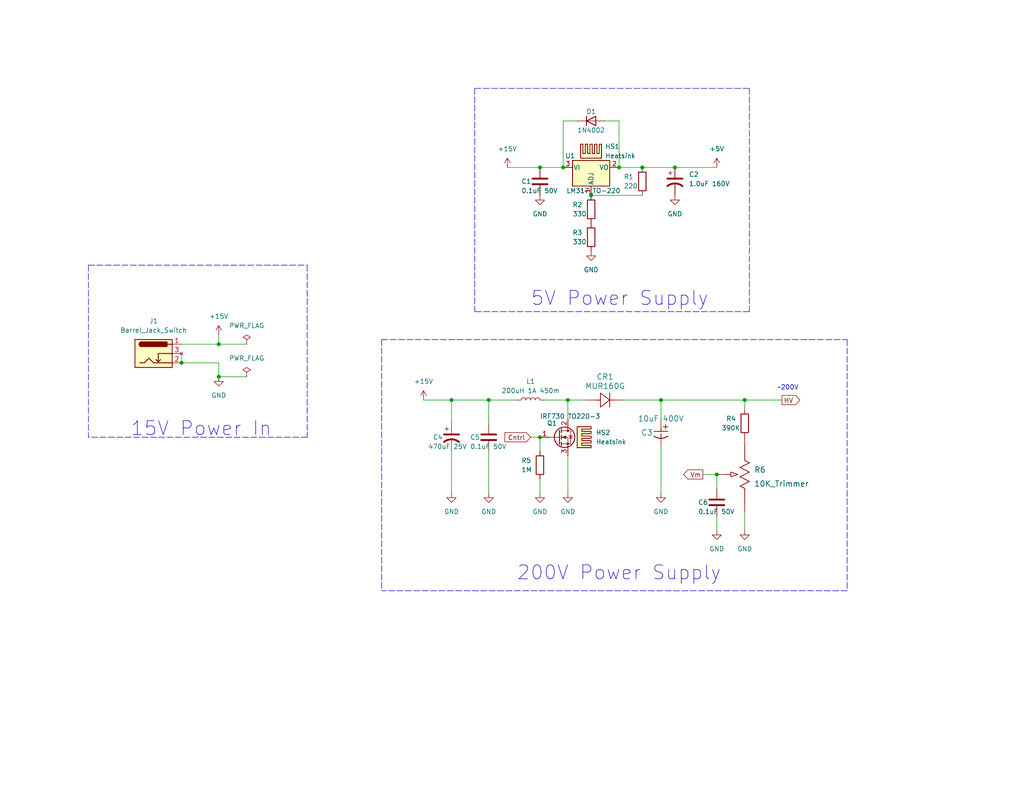
<source format=kicad_sch>
(kicad_sch (version 20211123) (generator eeschema)
  (paper "A")
  (title_block (title "Nixie 2.1 Power Supply") (date "2023-02-13") (rev "1.0") (company "James Gallagher"))
  (lib_symbols
    (symbol "Connector:Barrel_Jack_Switch" (pin_names hide)
      (property "Reference" "J" (at 0 5.334 0))
      (property "Value" "Barrel_Jack_Switch" (at 0 -5.08 0))
      (symbol "Barrel_Jack_Switch_0_1"
        (rectangle (start -5.08 3.81) (end 5.08 -3.81) (stroke (width 0.254)) (fill (type background)))
        (arc (start -3.302 3.175) (mid -3.937 2.54) (end -3.302 1.905) (stroke (width 0.254)))
        (arc (start -3.302 3.175) (mid -3.937 2.54) (end -3.302 1.905) (stroke (width 0.254)) (fill (type outline)))
        (polyline (pts (xy 1.27 -2.286) (xy 1.905 -1.651)) (stroke (width 0.254)))
        (polyline (pts (xy 5.08 2.54) (xy 3.81 2.54)) (stroke (width 0.254)))
        (polyline (pts (xy 5.08 0) (xy 1.27 0) (xy 1.27 -2.286) (xy 0.635 -1.651)) (stroke (width 0.254)))
        (polyline (pts (xy -3.81 -2.54) (xy -2.54 -2.54) (xy -1.27 -1.27) (xy 0 -2.54) (xy 2.54 -2.54) (xy 5.08 -2.54)) (stroke (width 0.254)))
        (rectangle (start 3.683 3.175) (end -3.302 1.905) (stroke (width 0.254)) (fill (type outline)))
      )
      (symbol "Barrel_Jack_Switch_1_1"
        (pin power_in line (at 7.62 2.54 180) (length 2.54) (name "~") (number "1"))
        (pin power_in line (at 7.62 -2.54 180) (length 2.54) (name "~") (number "2"))
        (pin no_connect line (at 7.62 0 180) (length 2.54) (name "~") (number "3"))
      )
    )
    (symbol "Device:C" (pin_numbers hide) (pin_names (offset 0.254))
      (property "Reference" "C" (at 0.635 2.54 0))
      (property "Value" "C" (at 0.635 -2.54 0))
      (symbol "C_0_1"
        (polyline (pts (xy -2.032 -0.762) (xy 2.032 -0.762)) (stroke (width 0.508)))
        (polyline (pts (xy -2.032 0.762) (xy 2.032 0.762)) (stroke (width 0.508)))
      )
      (symbol "C_1_1"
        (pin passive line (at 0 3.81 270) (length 2.794) (name "~") (number "1"))
        (pin passive line (at 0 -3.81 90) (length 2.794) (name "~") (number "2"))
      )
    )
    (symbol "Device:C_Polarized_US" (pin_numbers hide) (pin_names (offset 0.254) hide)
      (property "Reference" "C" (at 0.635 2.54 0))
      (property "Value" "C_Polarized_US" (at 0.635 -2.54 0))
      (symbol "C_Polarized_US_0_1"
        (polyline (pts (xy -2.032 0.762) (xy 2.032 0.762)) (stroke (width 0.508)))
        (polyline (pts (xy -1.778 2.286) (xy -0.762 2.286)))
        (polyline (pts (xy -1.27 1.778) (xy -1.27 2.794)))
        (arc (start 2.032 -1.27) (mid 0 -0.5572) (end -2.032 -1.27) (stroke (width 0.508)))
      )
      (symbol "C_Polarized_US_1_1"
        (pin passive line (at 0 3.81 270) (length 2.794) (name "~") (number "1"))
        (pin passive line (at 0 -3.81 90) (length 3.302) (name "~") (number "2"))
      )
    )
    (symbol "Device:D" (pin_numbers hide) (pin_names (offset 1.016) hide)
      (property "Reference" "D" (at 0 2.54 0))
      (property "Value" "D" (at 0 -2.54 0))
      (symbol "D_0_1"
        (polyline (pts (xy -1.27 1.27) (xy -1.27 -1.27)) (stroke (width 0.254)))
        (polyline (pts (xy 1.27 0) (xy -1.27 0)))
        (polyline (pts (xy 1.27 1.27) (xy 1.27 -1.27) (xy -1.27 0) (xy 1.27 1.27)) (stroke (width 0.254)))
      )
      (symbol "D_1_1"
        (pin passive line (at -3.81 0 0) (length 2.54) (name "K") (number "1"))
        (pin passive line (at 3.81 0 180) (length 2.54) (name "A") (number "2"))
      )
    )
    (symbol "Device:L" (pin_numbers hide) (pin_names (offset 1.016) hide)
      (property "Reference" "L" (at -1.27 0 90))
      (property "Value" "L" (at 1.905 0 90))
      (symbol "L_0_1"
        (arc (start 0 -2.54) (mid 0.635 -1.905) (end 0 -1.27))
        (arc (start 0 -1.27) (mid 0.635 -0.635) (end 0 0))
        (arc (start 0 0) (mid 0.635 0.635) (end 0 1.27))
        (arc (start 0 1.27) (mid 0.635 1.905) (end 0 2.54))
      )
      (symbol "L_1_1"
        (pin passive line (at 0 3.81 270) (length 1.27) (name "1") (number "1"))
        (pin passive line (at 0 -3.81 90) (length 1.27) (name "2") (number "2"))
      )
    )
    (symbol "Device:R" (pin_numbers hide) (pin_names (offset 0))
      (property "Reference" "R" (at 2.032 0 90))
      (property "Value" "R" (at 0 0 90))
      (symbol "R_0_1"
        (rectangle (start -1.016 -2.54) (end 1.016 2.54) (stroke (width 0.254)))
      )
      (symbol "R_1_1"
        (pin passive line (at 0 3.81 270) (length 1.27) (name "~") (number "1"))
        (pin passive line (at 0 -3.81 90) (length 1.27) (name "~") (number "2"))
      )
    )
    (symbol "Mechanical:Heatsink" (pin_names (offset 1.016))
      (property "Reference" "HS" (at 0 5.08 0))
      (property "Value" "Heatsink" (at 0 -1.27 0))
      (symbol "Heatsink_0_1"
        (polyline (pts (xy -0.3302 1.27) (xy -0.9652 1.27) (xy -0.9652 3.81) (xy -1.6002 3.81) (xy -1.6002 1.27) (xy -2.2352 1.27) (xy -2.2352 3.81) (xy -2.8702 3.81) (xy -2.8702 0) (xy -0.9652 0)) (stroke (width 0.254)) (fill (type background)))
        (polyline (pts (xy -0.3302 1.27) (xy -0.3302 3.81) (xy 0.3048 3.81) (xy 0.3048 1.27) (xy 0.9398 1.27) (xy 0.9398 3.81) (xy 1.5748 3.81) (xy 1.5748 1.27) (xy 2.2098 1.27) (xy 2.2098 3.81) (xy 2.8448 3.81) (xy 2.8448 0) (xy -0.9652 0)) (stroke (width 0.254)) (fill (type background)))
      )
    )
    (symbol "Regulator_Linear:LM317_TO-220" (pin_names (offset 0.254))
      (property "Reference" "U" (at -3.81 3.175 0))
      (property "Value" "LM317_TO-220" (at 0 3.175 0))
      (symbol "LM317_TO-220_0_1"
        (rectangle (start -5.08 1.905) (end 5.08 -5.08) (stroke (width 0.254)) (fill (type background)))
      )
      (symbol "LM317_TO-220_1_1"
        (pin input line (at 0 -7.62 90) (length 2.54) (name "ADJ") (number "1"))
        (pin power_out line (at 7.62 0 180) (length 2.54) (name "VO") (number "2"))
        (pin power_in line (at -7.62 0 0) (length 2.54) (name "VI") (number "3"))
      )
    )
    (symbol "nixie-tube-clock-2.1:10uF_400V_ESG106M400AH4AA" (pin_numbers hide) (pin_names (offset 1.651) hide)
      (property "Reference" "C" (at 3.81 3.81 0))
      (property "Value" "10uF_400V_ESG106M400AH4AA" (at 3.81 -7.62 0))
      (symbol "10uF_400V_ESG106M400AH4AA_1_1"
        (polyline (pts (xy 1.5748 1.27) (xy 2.8448 1.27)) (stroke (width 0.2032)))
        (polyline (pts (xy 2.2098 0.635) (xy 2.2098 1.905)) (stroke (width 0.2032)))
        (polyline (pts (xy 2.54 0) (xy 3.4798 0)) (stroke (width 0.2032)))
        (polyline (pts (xy 3.4798 -1.905) (xy 3.4798 1.905)) (stroke (width 0.2032)))
        (polyline (pts (xy 4.1148 0) (xy 5.08 0)) (stroke (width 0.2032)))
        (arc (start 4.7498 -1.905) (mid 10.4648 0) (end 4.7498 1.905) (stroke (width 0.254)))
        (pin passive line (at 0 0 0) (length 2.54) (name "1") (number "1"))
        (pin passive line (at 7.62 0 180) (length 2.54) (name "2") (number "2"))
      )
    )
    (symbol "nixie-tube-clock-2.1:Bournes_10K_Trimmer_PV36W103C01B00" (pin_numbers hide) (pin_names (offset -1.651) hide)
      (property "Reference" "R" (at 10.795 -3.175 0))
      (property "Value" "Bournes_10K_Trimmer_PV36W103C01B00" (at 10.795 -9.525 0))
      (symbol "Bournes_10K_Trimmer_PV36W103C01B00_1_1"
        (polyline (pts (xy 2.54 0) (xy 6.35 0)) (stroke (width 0.2032)))
        (polyline (pts (xy 6.35 0) (xy 6.985 1.27)) (stroke (width 0.2032)))
        (polyline (pts (xy 6.985 1.27) (xy 8.255 -1.27)) (stroke (width 0.2032)))
        (polyline (pts (xy 8.255 -1.27) (xy 9.525 1.27)) (stroke (width 0.2032)))
        (polyline (pts (xy 9.525 1.27) (xy 10.795 -1.27)) (stroke (width 0.2032)))
        (polyline (pts (xy 9.525 3.81) (xy 10.16 1.905)) (stroke (width 0.2032)))
        (polyline (pts (xy 9.525 3.81) (xy 10.795 3.81)) (stroke (width 0.2032)))
        (polyline (pts (xy 10.16 3.81) (xy 10.16 5.08)) (stroke (width 0.2032)))
        (polyline (pts (xy 10.795 -1.27) (xy 12.065 1.27)) (stroke (width 0.2032)))
        (polyline (pts (xy 10.795 3.81) (xy 10.16 1.905)) (stroke (width 0.2032)))
        (polyline (pts (xy 12.065 1.27) (xy 13.335 -1.27)) (stroke (width 0.2032)))
        (polyline (pts (xy 13.335 -1.27) (xy 13.97 0)) (stroke (width 0.2032)))
        (polyline (pts (xy 13.97 0) (xy 17.78 0)) (stroke (width 0.2032)))
        (pin passive line (at 0 0 0) (length 2.54) (name "1") (number "1"))
        (pin passive line (at 10.16 7.62 270) (length 2.54) (name "2") (number "2"))
        (pin passive line (at 20.32 0 180) (length 2.54) (name "3") (number "3"))
      )
    )
    (symbol "nixie-tube-clock-2.1:IRF730-TO-220-3" (pin_names hide)
      (property "Reference" "Q" (at 6.35 1.905 0))
      (property "Value" "IRF730-TO-220-3" (at 6.35 0 0))
      (symbol "IRF730-TO-220-3_0_1"
        (polyline (pts (xy 0.254 0) (xy -2.54 0)))
        (polyline (pts (xy 0.254 1.905) (xy 0.254 -1.905)) (stroke (width 0.254)))
        (polyline (pts (xy 0.762 -1.27) (xy 0.762 -2.286)) (stroke (width 0.254)))
        (polyline (pts (xy 0.762 0.508) (xy 0.762 -0.508)) (stroke (width 0.254)))
        (polyline (pts (xy 0.762 2.286) (xy 0.762 1.27)) (stroke (width 0.254)))
        (polyline (pts (xy 2.54 2.54) (xy 2.54 1.778)))
        (polyline (pts (xy 2.54 -2.54) (xy 2.54 0) (xy 0.762 0)))
        (polyline (pts (xy 0.762 -1.778) (xy 3.302 -1.778) (xy 3.302 1.778) (xy 0.762 1.778)))
        (polyline (pts (xy 1.016 0) (xy 2.032 0.381) (xy 2.032 -0.381) (xy 1.016 0)) (fill (type outline)))
        (polyline (pts (xy 2.794 0.508) (xy 2.921 0.381) (xy 3.683 0.381) (xy 3.81 0.254)))
        (polyline (pts (xy 3.302 0.381) (xy 2.921 -0.254) (xy 3.683 -0.254) (xy 3.302 0.381)))
        (circle (center 1.651 0) (radius 2.794) (stroke (width 0.254)))
        (circle (center 2.54 -1.778) (radius 0.254) (fill (type outline)))
        (circle (center 2.54 1.778) (radius 0.254) (fill (type outline)))
      )
      (symbol "IRF730-TO-220-3_1_1"
        (pin input line (at -5.08 0 0) (length 2.54) (name "G") (number "1"))
        (pin passive line (at 2.54 5.08 270) (length 2.54) (name "D") (number "2"))
        (pin passive line (at 2.54 -5.08 90) (length 2.54) (name "S") (number "3"))
      )
    )
    (symbol "nixie-tube-clock-2.1:MUR160G" (pin_numbers hide) (pin_names (offset -1.651) hide)
      (property "Reference" "CR" (at 5.08 4.445 0))
      (property "Value" "MUR160G" (at 5.08 -7.62 0))
      (symbol "MUR160G_1_1"
        (polyline (pts (xy 2.54 0) (xy 3.4798 0)) (stroke (width 0.2032)))
        (polyline (pts (xy 3.175 0) (xy 3.81 0)) (stroke (width 0.2032)))
        (polyline (pts (xy 3.81 -1.905) (xy 6.35 0)) (stroke (width 0.2032)))
        (polyline (pts (xy 3.81 1.905) (xy 3.81 -1.905)) (stroke (width 0.2032)))
        (polyline (pts (xy 6.35 -1.905) (xy 6.35 1.905)) (stroke (width 0.2032)))
        (polyline (pts (xy 6.35 0) (xy 3.81 1.905)) (stroke (width 0.2032)))
        (polyline (pts (xy 6.35 0) (xy 7.62 0)) (stroke (width 0.2032)))
        (pin passive line (at 10.16 0 180) (length 2.54) (name "1") (number "1"))
        (pin passive line (at 0 0 0) (length 2.54) (name "2") (number "2"))
      )
    )
    (symbol "power:+15V" (power) (pin_names (offset 0))
      (property "Value" "+15V" (at 0 3.556 0))
      (symbol "+15V_0_1"
        (polyline (pts (xy -0.762 1.27) (xy 0 2.54)))
        (polyline (pts (xy 0 0) (xy 0 2.54)))
        (polyline (pts (xy 0 2.54) (xy 0.762 1.27)))
      )
      (symbol "+15V_1_1"
        (pin power_in line (at 0 0 90) (length 0) hide (name "+15V") (number "1"))
      )
    )
    (symbol "power:+5V" (power) (pin_names (offset 0))
      (property "Value" "+5V" (at 0 3.556 0))
      (symbol "+5V_0_1"
        (polyline (pts (xy -0.762 1.27) (xy 0 2.54)))
        (polyline (pts (xy 0 0) (xy 0 2.54)))
        (polyline (pts (xy 0 2.54) (xy 0.762 1.27)))
      )
      (symbol "+5V_1_1"
        (pin power_in line (at 0 0 90) (length 0) hide (name "+5V") (number "1"))
      )
    )
    (symbol "power:GND" (power) (pin_names (offset 0))
      (property "Value" "GND" (at 0 -3.81 0))
      (symbol "GND_0_1"
        (polyline (pts (xy 0 0) (xy 0 -1.27) (xy 1.27 -1.27) (xy 0 -2.54) (xy -1.27 -1.27) (xy 0 -1.27)))
      )
      (symbol "GND_1_1"
        (pin power_in line (at 0 0 270) (length 0) hide (name "GND") (number "1"))
      )
    )
    (symbol "power:PWR_FLAG" (power) (pin_numbers hide) (pin_names (offset 0) hide)
      (property "Value" "PWR_FLAG" (at 0 3.81 0))
      (symbol "PWR_FLAG_0_0"
        (pin power_out line (at 0 0 90) (length 0) (name "pwr") (number "1"))
      )
      (symbol "PWR_FLAG_0_1"
        (polyline (pts (xy 0 0) (xy 0 1.27) (xy -1.016 1.905) (xy 0 2.54) (xy 1.016 1.905) (xy 0 1.27)))
      )
    )
  )
  (junction (at 180.34 109.22))
  (junction (at 161.29 53.34))
  (junction (at 49.53 99.06))
  (junction (at 147.32 45.72))
  (junction (at 123.19 109.22))
  (junction (at 203.2 109.22))
  (junction (at 184.15 45.72))
  (junction (at 59.69 102.87))
  (junction (at 154.94 109.22))
  (junction (at 133.35 109.22))
  (junction (at 147.32 119.38))
  (junction (at 153.67 45.72))
  (junction (at 59.69 93.98))
  (junction (at 168.91 45.72))
  (junction (at 175.26 45.72))
  (junction (at 195.58 129.54))
  (wire (pts (xy 133.35 123.19) (xy 133.35 134.62)))
  (wire (pts (xy 165.1 33.02) (xy 168.91 33.02)))
  (polyline (pts (xy 129.54 24.13) (xy 129.54 85.09)))
  (wire (pts (xy 115.57 109.22) (xy 123.19 109.22)))
  (polyline (pts (xy 204.47 85.09) (xy 129.54 85.09)))
  (polyline (pts (xy 24.13 72.39) (xy 24.13 119.38)))
  (wire (pts (xy 154.94 109.22) (xy 160.02 109.22)))
  (wire (pts (xy 147.32 119.38) (xy 147.32 123.19)))
  (wire (pts (xy 180.34 109.22) (xy 180.34 114.3)))
  (wire (pts (xy 49.53 93.98) (xy 59.69 93.98)))
  (wire (pts (xy 123.19 109.22) (xy 133.35 109.22)))
  (wire (pts (xy 59.69 102.87) (xy 67.31 102.87)))
  (wire (pts (xy 144.78 119.38) (xy 147.32 119.38)))
  (wire (pts (xy 180.34 121.92) (xy 180.34 134.62)))
  (wire (pts (xy 59.69 91.44) (xy 59.69 93.98)))
  (wire (pts (xy 153.67 45.72) (xy 154.94 45.72)))
  (wire (pts (xy 195.58 129.54) (xy 195.58 133.35)))
  (wire (pts (xy 148.59 109.22) (xy 154.94 109.22)))
  (wire (pts (xy 138.43 45.72) (xy 147.32 45.72)))
  (wire (pts (xy 147.32 45.72) (xy 153.67 45.72)))
  (wire (pts (xy 123.19 109.22) (xy 123.19 115.57)))
  (polyline (pts (xy 104.14 92.71) (xy 104.14 161.29)))
  (wire (pts (xy 49.53 99.06) (xy 59.69 99.06)))
  (wire (pts (xy 175.26 45.72) (xy 184.15 45.72)))
  (wire (pts (xy 154.94 124.46) (xy 154.94 134.62)))
  (polyline (pts (xy 204.47 24.13) (xy 204.47 85.09)))
  (wire (pts (xy 59.69 93.98) (xy 67.31 93.98)))
  (wire (pts (xy 170.18 109.22) (xy 180.34 109.22)))
  (wire (pts (xy 184.15 45.72) (xy 195.58 45.72)))
  (wire (pts (xy 195.58 140.97) (xy 195.58 144.78)))
  (wire (pts (xy 191.77 129.54) (xy 195.58 129.54)))
  (polyline (pts (xy 83.82 72.39) (xy 83.82 119.38)))
  (wire (pts (xy 168.91 33.02) (xy 168.91 45.72)))
  (wire (pts (xy 133.35 109.22) (xy 133.35 115.57)))
  (polyline (pts (xy 231.14 161.29) (xy 104.14 161.29)))
  (wire (pts (xy 203.2 109.22) (xy 213.36 109.22)))
  (wire (pts (xy 180.34 109.22) (xy 203.2 109.22)))
  (wire (pts (xy 123.19 123.19) (xy 123.19 134.62)))
  (wire (pts (xy 49.53 96.52) (xy 49.53 99.06)))
  (wire (pts (xy 161.29 53.34) (xy 175.26 53.34)))
  (wire (pts (xy 203.2 139.7) (xy 203.2 144.78)))
  (wire (pts (xy 59.69 99.06) (xy 59.69 102.87)))
  (polyline (pts (xy 24.13 72.39) (xy 83.82 72.39)))
  (wire (pts (xy 153.67 45.72) (xy 153.67 33.02)))
  (wire (pts (xy 168.91 45.72) (xy 175.26 45.72)))
  (polyline (pts (xy 231.14 92.71) (xy 231.14 161.29)))
  (wire (pts (xy 147.32 130.81) (xy 147.32 134.62)))
  (polyline (pts (xy 104.14 92.71) (xy 231.14 92.71)))
  (polyline (pts (xy 129.54 24.13) (xy 204.47 24.13)))
  (wire (pts (xy 154.94 109.22) (xy 154.94 114.3)))
  (wire (pts (xy 133.35 109.22) (xy 140.97 109.22)))
  (wire (pts (xy 203.2 109.22) (xy 203.2 111.76)))
  (polyline (pts (xy 83.82 119.38) (xy 24.13 119.38)))
  (wire (pts (xy 153.67 33.02) (xy 157.48 33.02)))
  (text "5V Power Supply " (at 144.78 83.82 0) (effects (font (size 3.81 3.81)) (justify left bottom)))
  (text "~200V" (at 212.09 106.68 0) (effects (font (size 1.27 1.27)) (justify left bottom)))
  (text "200V Power Supply\n" (at 140.97 158.75 0) (effects (font (size 3.81 3.81)) (justify left bottom)))
  (text "15V Power In" (at 35.56 119.38 0) (effects (font (size 3.81 3.81)) (justify left bottom)))
  (global_label "Vm" (shape output) (at 191.77 129.54 180) (property "Intersheet References" "${INTERSHEET_REFS}" (effects hide)))
  (global_label "Cntrl" (shape input) (at 144.78 119.38 180) (property "Intersheet References" "${INTERSHEET_REFS}" (effects hide)))
  (global_label "HV" (shape output) (at 213.36 109.22 0) (property "Intersheet References" "${INTERSHEET_REFS}" (effects hide)))
  (symbol (lib_id "Device:R") (at 161.29 57.15 0) (unit 1)
    (property "Reference" "R2" (at 156.21 55.88 0) (effects (justify left)))
    (property "Value" "330" (at 156.21 58.42 0) (effects (justify left)))
    (property "Footprint" "Resistor_THT:R_Axial_DIN0207_L6.3mm_D2.5mm_P7.62mm_Horizontal" (effects hide))
  )
  (symbol (lib_id "power:GND") (at 123.19 134.62 0) (unit 1)
    (property "Reference" "#PWR015" (effects hide))
    (property "Value" "GND" (at 123.19 139.7 0))
  )
  (symbol (lib_id "nixie-tube-clock-2.1:IRF730-TO-220-3") (at 152.4 119.38 0) (unit 1)
    (property "Reference" "Q1" (at 149.225 115.57 0) (effects (justify left)))
    (property "Value" "IRF730 TO220-3" (at 147.32 113.665 0) (effects (justify left)))
    (property "Footprint" "Package_TO_SOT_THT:TO-220-3_Vertical" (effects hide))
    (property "Datasheet" "https://media.digikey.com/pdf/Data%20Sheets/Fairchild%20PDFs/BUZ11.pdf" (effects hide))
  )
  (symbol (lib_id "power:PWR_FLAG") (at 67.31 93.98 0) (unit 1)
    (property "Reference" "#FLG01" (effects hide))
    (property "Value" "PWR_FLAG" (at 67.31 88.9 0))
  )
  (symbol (lib_id "power:GND") (at 147.32 53.34 0) (unit 1)
    (property "Reference" "#PWR03" (effects hide))
    (property "Value" "GND" (at 147.32 58.42 0))
  )
  (symbol (lib_id "power:+5V") (at 195.58 45.72 0) (unit 1)
    (property "Reference" "#PWR02" (effects hide))
    (property "Value" "+5V" (at 195.58 40.64 0))
  )
  (symbol (lib_id "Device:R") (at 147.32 127 0) (unit 1)
    (property "Reference" "R5" (at 142.24 125.73 0) (effects (justify left)))
    (property "Value" "1M" (at 142.24 128.27 0) (effects (justify left)))
    (property "Footprint" "Resistor_THT:R_Axial_DIN0207_L6.3mm_D2.5mm_P7.62mm_Horizontal" (effects hide))
  )
  (symbol (lib_id "Device:C_Polarized_US") (at 123.19 119.38 0) (unit 1)
    (property "Reference" "C4" (at 118.11 119.38 0) (effects (justify left)))
    (property "Value" "470uF 25V" (at 116.84 121.92 0) (effects (justify left)))
    (property "Footprint" "Capacitor_THT:CP_Radial_D10.0mm_P5.00mm" (effects hide))
  )
  (symbol (lib_id "power:+15V") (at 138.43 45.72 0) (unit 1)
    (property "Reference" "#PWR01" (effects hide))
    (property "Value" "+15V" (at 138.43 40.64 0))
  )
  (symbol (lib_id "Device:R") (at 203.2 115.57 0) (unit 1)
    (property "Reference" "R4" (at 198.12 114.3 0) (effects (justify left)))
    (property "Value" "390K" (at 196.85 116.84 0) (effects (justify left)))
    (property "Footprint" "Resistor_THT:R_Axial_DIN0207_L6.3mm_D2.5mm_P7.62mm_Horizontal" (effects hide))
  )
  (symbol (lib_id "power:PWR_FLAG") (at 67.31 102.87 0) (unit 1)
    (property "Reference" "#FLG02" (effects hide))
    (property "Value" "PWR_FLAG" (at 67.31 97.79 0))
  )
  (symbol (lib_id "power:+15V") (at 59.69 91.44 0) (unit 1)
    (property "Reference" "#PWR012" (effects hide))
    (property "Value" "+15V" (at 59.69 86.36 0))
  )
  (symbol (lib_id "Mechanical:Heatsink") (at 157.48 119.38 270) (unit 1)
    (property "Reference" "HS2" (at 162.56 118.0972 90) (effects (justify left)))
    (property "Value" "Heatsink" (at 162.56 120.6372 90) (effects (justify left)))
    (property "Footprint" "nixie-2.1-footprints:AVVID-577202B-00000G" (effects hide))
  )
  (symbol (lib_id "Mechanical:Heatsink") (at 161.29 43.18 0) (unit 1)
    (property "Reference" "HS1" (at 165.1 40.0049 0) (effects (justify left)))
    (property "Value" "Heatsink" (at 165.1 42.5449 0) (effects (justify left)))
    (property "Footprint" "nixie-2.1-footprints:AVVID-577202B-00000G" (effects hide))
  )
  (symbol (lib_id "nixie-tube-clock-2.1:MUR160G") (at 160.02 109.22 0) (unit 1)
    (property "Reference" "CR1" (at 165.1 102.87 0) (effects (font (size 1.524 1.524))))
    (property "Value" "MUR160G" (at 165.1 105.41 0) (effects (font (size 1.524 1.524))))
    (property "Footprint" "nixie-2.1-footprints:MUR160G" (effects hide))
  )
  (symbol (lib_id "Device:C_Polarized_US") (at 184.15 49.53 0) (unit 1)
    (property "Reference" "C2" (at 187.96 47.6249 0) (effects (justify left)))
    (property "Value" "1.0uF 160V" (at 187.96 50.1649 0) (effects (justify left)))
    (property "Footprint" "nixie-2.1-footprints:1.0uF_160V_CAPPRD200W50D525H1250" (effects hide))
  )
  (symbol (lib_id "power:GND") (at 180.34 134.62 0) (unit 1)
    (property "Reference" "#PWR019" (effects hide))
    (property "Value" "GND" (at 180.34 139.7 0))
  )
  (symbol (lib_id "Device:L") (at 144.78 109.22 90) (unit 1)
    (property "Reference" "L1" (at 144.78 104.14 90))
    (property "Value" "200uH 1A 450m" (at 144.78 106.68 90))
    (property "Footprint" "Inductor_THT:L_Radial_D7.8mm_P5.00mm_Fastron_07HCP" (effects hide))
  )
  (symbol (lib_id "Device:R") (at 161.29 64.77 0) (unit 1)
    (property "Reference" "R3" (at 156.21 63.5 0) (effects (justify left)))
    (property "Value" "330" (at 156.21 66.04 0) (effects (justify left)))
    (property "Footprint" "Resistor_THT:R_Axial_DIN0207_L6.3mm_D2.5mm_P7.62mm_Horizontal" (effects hide))
  )
  (symbol (lib_id "nixie-tube-clock-2.1:10uF_400V_ESG106M400AH4AA") (at 180.34 114.3 270) (unit 1)
    (property "Reference" "C3" (at 176.53 118.11 90) (effects (font (size 1.524 1.524))))
    (property "Value" "10uF 400V" (at 180.34 114.3 90) (effects (font (size 1.524 1.524))))
    (property "Footprint" "nixie-2.1-footprints:ESG475M400AH2AA" (effects hide))
  )
  (symbol (lib_id "power:GND") (at 195.58 144.78 0) (unit 1)
    (property "Reference" "#PWR020" (effects hide))
    (property "Value" "GND" (at 195.58 149.86 0))
  )
  (symbol (lib_id "power:GND") (at 133.35 134.62 0) (unit 1)
    (property "Reference" "#PWR016" (effects hide))
    (property "Value" "GND" (at 133.35 139.7 0))
  )
  (symbol (lib_id "power:GND") (at 59.69 102.87 0) (unit 1)
    (property "Reference" "#PWR013" (effects hide))
    (property "Value" "GND" (at 59.69 107.95 0))
  )
  (symbol (lib_id "power:GND") (at 184.15 53.34 0) (unit 1)
    (property "Reference" "#PWR04" (effects hide))
    (property "Value" "GND" (at 184.15 58.42 0))
  )
  (symbol (lib_id "nixie-tube-clock-2.1:Bournes_10K_Trimmer_PV36W103C01B00") (at 203.2 139.7 90) (unit 1)
    (property "Reference" "R6" (at 205.74 128.27 90) (effects (font (size 1.524 1.524)) (justify right)))
    (property "Value" "10K_Trimmer" (at 205.74 132.08 90) (effects (font (size 1.524 1.524)) (justify right)))
    (property "Footprint" "nixie-2.1-footprints:PV36W103C01B00" (effects hide))
  )
  (symbol (lib_id "power:GND") (at 161.29 68.58 0) (unit 1)
    (property "Reference" "#PWR011" (effects hide))
    (property "Value" "GND" (at 161.29 73.66 0))
  )
  (symbol (lib_id "power:GND") (at 147.32 134.62 0) (unit 1)
    (property "Reference" "#PWR017" (effects hide))
    (property "Value" "GND" (at 147.32 139.7 0))
  )
  (symbol (lib_id "power:GND") (at 203.2 144.78 0) (unit 1)
    (property "Reference" "#PWR021" (effects hide))
    (property "Value" "GND" (at 203.2 149.86 0))
  )
  (symbol (lib_id "power:+15V") (at 115.57 109.22 0) (unit 1)
    (property "Reference" "#PWR014" (effects hide))
    (property "Value" "+15V" (at 115.57 104.14 0))
  )
  (symbol (lib_id "Device:C") (at 195.58 137.16 0) (unit 1)
    (property "Reference" "C6" (at 190.5 137.16 0) (effects (justify left)))
    (property "Value" "0.1uF 50V" (at 190.5 139.7 0) (effects (justify left)))
    (property "Footprint" "Capacitor_THT:C_Disc_D5.0mm_W2.5mm_P5.00mm" (effects hide))
  )
  (symbol (lib_id "Device:D") (at 161.29 33.02 0) (unit 1)
    (property "Reference" "D1" (at 161.29 30.48 0))
    (property "Value" "1N4002" (at 161.29 35.56 0))
    (property "Footprint" "Diode_THT:D_A-405_P7.62mm_Horizontal" (effects hide))
  )
  (symbol (lib_id "Device:R") (at 175.26 49.53 0) (unit 1)
    (property "Reference" "R1" (at 170.18 48.26 0) (effects (justify left)))
    (property "Value" "220" (at 170.18 50.8 0) (effects (justify left)))
    (property "Footprint" "Resistor_THT:R_Axial_DIN0207_L6.3mm_D2.5mm_P7.62mm_Horizontal" (effects hide))
  )
  (symbol (lib_id "Connector:Barrel_Jack_Switch") (at 41.91 96.52 0) (unit 1)
    (property "Reference" "J1" (at 41.91 87.63 0))
    (property "Value" "Barrel_Jack_Switch" (at 41.91 90.17 0))
    (property "Footprint" "nixie-2.1-footprints:BarrelJack_Horizontal" (effects hide))
  )
  (symbol (lib_id "Device:C") (at 147.32 49.53 0) (unit 1)
    (property "Reference" "C1" (at 142.24 49.53 0) (effects (justify left)))
    (property "Value" "0.1uF 50V" (at 142.24 52.07 0) (effects (justify left)))
    (property "Footprint" "Capacitor_THT:C_Disc_D5.0mm_W2.5mm_P5.00mm" (effects hide))
  )
  (symbol (lib_id "Device:C") (at 133.35 119.38 0) (unit 1)
    (property "Reference" "C5" (at 128.27 119.38 0) (effects (justify left)))
    (property "Value" "0.1uF 50V" (at 128.27 121.92 0) (effects (justify left)))
    (property "Footprint" "Capacitor_THT:C_Disc_D5.0mm_W2.5mm_P5.00mm" (effects hide))
  )
  (symbol (lib_id "Regulator_Linear:LM317_TO-220") (at 161.29 45.72 0) (unit 1)
    (property "Reference" "U1" (at 155.575 42.545 0))
    (property "Value" "LM317_TO-220" (at 161.925 52.07 0))
    (property "Footprint" "Package_TO_SOT_THT:TO-220-3_Vertical" (effects hide))
    (property "Datasheet" "http://www.ti.com/lit/ds/symlink/lm317.pdf" (effects hide))
  )
  (symbol (lib_id "power:GND") (at 154.94 134.62 0) (unit 1)
    (property "Reference" "#PWR018" (effects hide))
    (property "Value" "GND" (at 154.94 139.7 0))
  )
)
</source>
